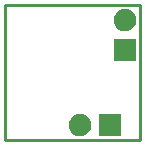
<source format=gbr>
G04 #@! TF.FileFunction,Soldermask,Bot*
%FSLAX46Y46*%
G04 Gerber Fmt 4.6, Leading zero omitted, Abs format (unit mm)*
G04 Created by KiCad (PCBNEW no-vcs-found-product) date 17.07.2015 (пт) 15,05,02 EEST*
%MOMM*%
G01*
G04 APERTURE LIST*
%ADD10C,0.100000*%
%ADD11C,0.254000*%
G04 APERTURE END LIST*
D10*
D11*
X15240000Y-19050000D02*
X26670000Y-19050000D01*
X15240000Y-30480000D02*
X15240000Y-19050000D01*
X26670000Y-30480000D02*
X15240000Y-30480000D01*
X26670000Y-19050000D02*
X26670000Y-30480000D01*
D10*
G36*
X22540841Y-29116769D02*
X22537867Y-29329743D01*
X22537790Y-29330081D01*
X22537790Y-29330085D01*
X22496558Y-29511575D01*
X22420718Y-29681913D01*
X22313236Y-29834278D01*
X22313234Y-29834279D01*
X22178204Y-29962866D01*
X22178201Y-29962870D01*
X22020770Y-30062778D01*
X21846926Y-30130209D01*
X21663300Y-30162586D01*
X21663297Y-30162585D01*
X21476879Y-30158682D01*
X21294765Y-30118640D01*
X21294761Y-30118640D01*
X21123902Y-30043994D01*
X21123898Y-30043991D01*
X20970782Y-29937573D01*
X20841256Y-29803444D01*
X20740251Y-29646715D01*
X20671609Y-29473347D01*
X20637948Y-29289943D01*
X20640552Y-29103501D01*
X20679318Y-28921117D01*
X20752774Y-28749734D01*
X20805448Y-28672806D01*
X20858120Y-28595880D01*
X20858121Y-28595878D01*
X20858122Y-28595878D01*
X20991343Y-28465417D01*
X21147366Y-28363318D01*
X21320251Y-28293469D01*
X21503406Y-28258530D01*
X21689866Y-28259832D01*
X21872521Y-28297326D01*
X22044411Y-28369581D01*
X22198996Y-28473851D01*
X22198998Y-28473852D01*
X22330385Y-28606159D01*
X22433569Y-28761465D01*
X22433569Y-28761466D01*
X22504625Y-28933857D01*
X22540774Y-29116425D01*
X22540773Y-29116430D01*
X22540841Y-29116769D01*
X22540841Y-29116769D01*
G37*
G36*
X25080800Y-30160800D02*
X23179200Y-30160800D01*
X23179200Y-28259200D01*
X25080800Y-28259200D01*
X25080800Y-30160800D01*
X25080800Y-30160800D01*
G37*
G36*
X26350800Y-23810800D02*
X24449200Y-23810800D01*
X24449200Y-21909200D01*
X26350800Y-21909200D01*
X26350800Y-23810800D01*
X26350800Y-23810800D01*
G37*
G36*
X26350841Y-20226769D02*
X26347867Y-20439743D01*
X26347790Y-20440081D01*
X26347790Y-20440085D01*
X26306558Y-20621575D01*
X26230718Y-20791913D01*
X26123236Y-20944278D01*
X26123234Y-20944279D01*
X25988204Y-21072866D01*
X25988201Y-21072870D01*
X25830770Y-21172778D01*
X25656926Y-21240209D01*
X25473300Y-21272586D01*
X25473297Y-21272585D01*
X25286879Y-21268682D01*
X25104765Y-21228640D01*
X25104761Y-21228640D01*
X24933902Y-21153994D01*
X24933898Y-21153991D01*
X24780782Y-21047573D01*
X24651256Y-20913444D01*
X24550251Y-20756715D01*
X24481609Y-20583347D01*
X24447948Y-20399943D01*
X24450552Y-20213501D01*
X24489318Y-20031117D01*
X24562774Y-19859734D01*
X24615448Y-19782806D01*
X24668120Y-19705880D01*
X24668121Y-19705878D01*
X24668122Y-19705878D01*
X24801343Y-19575417D01*
X24957366Y-19473318D01*
X25130251Y-19403469D01*
X25313406Y-19368530D01*
X25499866Y-19369832D01*
X25682521Y-19407326D01*
X25854411Y-19479581D01*
X26008996Y-19583851D01*
X26008998Y-19583852D01*
X26140385Y-19716159D01*
X26243569Y-19871465D01*
X26243569Y-19871466D01*
X26314625Y-20043857D01*
X26350774Y-20226425D01*
X26350773Y-20226430D01*
X26350841Y-20226769D01*
X26350841Y-20226769D01*
G37*
M02*

</source>
